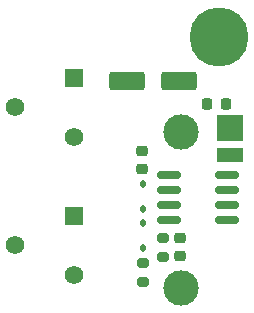
<source format=gts>
G04 #@! TF.GenerationSoftware,KiCad,Pcbnew,8.0.1*
G04 #@! TF.CreationDate,2024-07-10T15:35:48+08:00*
G04 #@! TF.ProjectId,555Sandbox,35353553-616e-4646-926f-782e6b696361,1.0.0*
G04 #@! TF.SameCoordinates,Original*
G04 #@! TF.FileFunction,Soldermask,Top*
G04 #@! TF.FilePolarity,Negative*
%FSLAX46Y46*%
G04 Gerber Fmt 4.6, Leading zero omitted, Abs format (unit mm)*
G04 Created by KiCad (PCBNEW 8.0.1) date 2024-07-10 15:35:48*
%MOMM*%
%LPD*%
G01*
G04 APERTURE LIST*
G04 Aperture macros list*
%AMRoundRect*
0 Rectangle with rounded corners*
0 $1 Rounding radius*
0 $2 $3 $4 $5 $6 $7 $8 $9 X,Y pos of 4 corners*
0 Add a 4 corners polygon primitive as box body*
4,1,4,$2,$3,$4,$5,$6,$7,$8,$9,$2,$3,0*
0 Add four circle primitives for the rounded corners*
1,1,$1+$1,$2,$3*
1,1,$1+$1,$4,$5*
1,1,$1+$1,$6,$7*
1,1,$1+$1,$8,$9*
0 Add four rect primitives between the rounded corners*
20,1,$1+$1,$2,$3,$4,$5,0*
20,1,$1+$1,$4,$5,$6,$7,0*
20,1,$1+$1,$6,$7,$8,$9,0*
20,1,$1+$1,$8,$9,$2,$3,0*%
G04 Aperture macros list end*
%ADD10RoundRect,0.150000X0.825000X0.150000X-0.825000X0.150000X-0.825000X-0.150000X0.825000X-0.150000X0*%
%ADD11R,2.200000X2.200000*%
%ADD12R,2.200000X1.250000*%
%ADD13RoundRect,0.250000X-1.250000X-0.550000X1.250000X-0.550000X1.250000X0.550000X-1.250000X0.550000X0*%
%ADD14RoundRect,0.200000X-0.275000X0.200000X-0.275000X-0.200000X0.275000X-0.200000X0.275000X0.200000X0*%
%ADD15RoundRect,0.225000X0.225000X0.250000X-0.225000X0.250000X-0.225000X-0.250000X0.225000X-0.250000X0*%
%ADD16RoundRect,0.200000X0.275000X-0.200000X0.275000X0.200000X-0.275000X0.200000X-0.275000X-0.200000X0*%
%ADD17RoundRect,0.225000X0.250000X-0.225000X0.250000X0.225000X-0.250000X0.225000X-0.250000X-0.225000X0*%
%ADD18RoundRect,0.225000X-0.250000X0.225000X-0.250000X-0.225000X0.250000X-0.225000X0.250000X0.225000X0*%
%ADD19RoundRect,0.112500X-0.112500X0.187500X-0.112500X-0.187500X0.112500X-0.187500X0.112500X0.187500X0*%
%ADD20R,1.560000X1.560000*%
%ADD21C,1.560000*%
%ADD22C,5.000000*%
%ADD23C,3.000000*%
G04 APERTURE END LIST*
D10*
X94300000Y-85470000D03*
X94300000Y-84200000D03*
X94300000Y-82930000D03*
X94300000Y-81660000D03*
X89350000Y-81660000D03*
X89350000Y-82930000D03*
X89350000Y-84200000D03*
X89350000Y-85470000D03*
D11*
X94500000Y-77700000D03*
D12*
X94500000Y-79975000D03*
D13*
X85850000Y-73650000D03*
X90250000Y-73650000D03*
D14*
X87125000Y-89075000D03*
X87125000Y-90725000D03*
D15*
X94150000Y-75600000D03*
X92600000Y-75600000D03*
D16*
X88825000Y-88600000D03*
X88825000Y-86950000D03*
D17*
X87100000Y-81175000D03*
X87100000Y-79625000D03*
D18*
X90300000Y-86975000D03*
X90300000Y-88525000D03*
D19*
X87125000Y-82450000D03*
X87125000Y-84550000D03*
X87125000Y-85750000D03*
X87125000Y-87850000D03*
D20*
X81350000Y-73400000D03*
D21*
X76350000Y-75900000D03*
X81350000Y-78400000D03*
D22*
X93600000Y-69950000D03*
D20*
X81350000Y-85100000D03*
D21*
X76350000Y-87600000D03*
X81350000Y-90100000D03*
D23*
X90350000Y-78000000D03*
X90350000Y-91200000D03*
M02*

</source>
